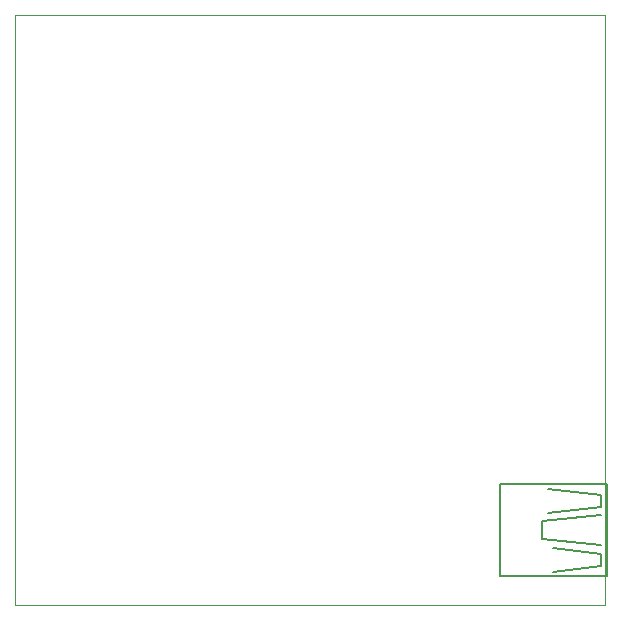
<source format=gbo>
G75*
%MOIN*%
%OFA0B0*%
%FSLAX25Y25*%
%IPPOS*%
%LPD*%
%AMOC8*
5,1,8,0,0,1.08239X$1,22.5*
%
%ADD10C,0.00000*%
%ADD11C,0.00500*%
D10*
X0001800Y0007904D02*
X0001800Y0204754D01*
X0198650Y0204754D01*
X0198650Y0007904D01*
X0001800Y0007904D01*
D11*
X0163631Y0017549D02*
X0199064Y0017549D01*
X0199064Y0048258D01*
X0163631Y0048258D01*
X0163631Y0017549D01*
X0177410Y0029951D02*
X0177410Y0035856D01*
X0197095Y0037825D01*
X0197095Y0040778D02*
X0179379Y0038809D01*
X0179379Y0046683D02*
X0197095Y0044715D01*
X0197095Y0040778D01*
X0197095Y0027982D02*
X0177410Y0029951D01*
X0181347Y0026998D02*
X0197095Y0025030D01*
X0197095Y0021093D01*
X0181347Y0019124D01*
M02*

</source>
